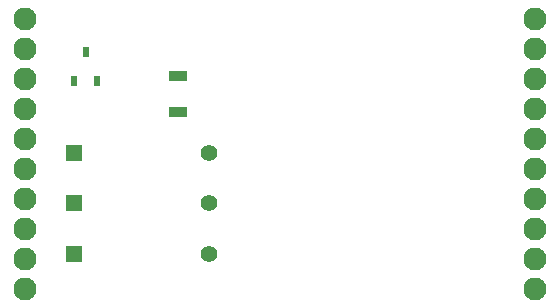
<source format=gbr>
%TF.GenerationSoftware,KiCad,Pcbnew,8.0.8*%
%TF.CreationDate,2025-03-02T20:22:43-05:00*%
%TF.ProjectId,VCU Charge Mode Signal Module V3.0,56435520-4368-4617-9267-65204d6f6465,rev?*%
%TF.SameCoordinates,Original*%
%TF.FileFunction,Soldermask,Top*%
%TF.FilePolarity,Negative*%
%FSLAX46Y46*%
G04 Gerber Fmt 4.6, Leading zero omitted, Abs format (unit mm)*
G04 Created by KiCad (PCBNEW 8.0.8) date 2025-03-02 20:22:43*
%MOMM*%
%LPD*%
G01*
G04 APERTURE LIST*
%ADD10R,1.397000X1.397000*%
%ADD11C,1.397000*%
%ADD12C,1.954000*%
%ADD13R,1.600200X0.863600*%
%ADD14R,0.558800X0.863600*%
G04 APERTURE END LIST*
D10*
%TO.C,R2*%
X26670000Y-38123400D03*
D11*
X38100000Y-38123400D03*
%TD*%
D10*
%TO.C,R3*%
X26670000Y-42400000D03*
D11*
X38100000Y-42400000D03*
%TD*%
D12*
%TO.C,J1*%
X22550000Y-22550000D03*
X22550000Y-25090000D03*
X22550000Y-27630000D03*
X22550000Y-30170000D03*
X22550000Y-32710000D03*
X22550000Y-35250000D03*
X22550000Y-37790000D03*
X22550000Y-40330000D03*
X22550000Y-42870000D03*
X22550000Y-45410000D03*
%TD*%
D13*
%TO.C,D1*%
X35500000Y-30400000D03*
X35500000Y-27352000D03*
%TD*%
D14*
%TO.C,U1*%
X26750000Y-27750000D03*
X28655000Y-27750000D03*
X27702500Y-25362400D03*
%TD*%
D10*
%TO.C,R1*%
X26670000Y-33846800D03*
D11*
X38100000Y-33846800D03*
%TD*%
D12*
%TO.C,J2*%
X65730000Y-22550000D03*
X65730000Y-25090000D03*
X65730000Y-27630000D03*
X65730000Y-30170000D03*
X65730000Y-32710000D03*
X65730000Y-35250000D03*
X65730000Y-37790000D03*
X65730000Y-40330000D03*
X65730000Y-42870000D03*
X65730000Y-45410000D03*
%TD*%
M02*

</source>
